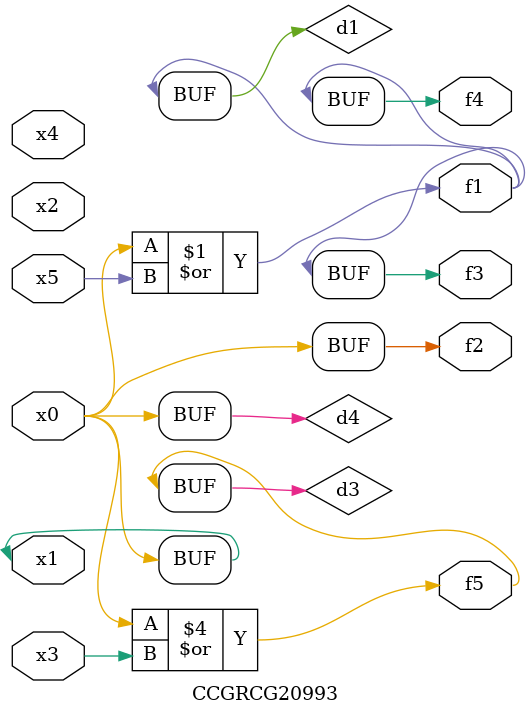
<source format=v>
module CCGRCG20993(
	input x0, x1, x2, x3, x4, x5,
	output f1, f2, f3, f4, f5
);

	wire d1, d2, d3, d4;

	or (d1, x0, x5);
	xnor (d2, x1, x4);
	or (d3, x0, x3);
	buf (d4, x0, x1);
	assign f1 = d1;
	assign f2 = d4;
	assign f3 = d1;
	assign f4 = d1;
	assign f5 = d3;
endmodule

</source>
